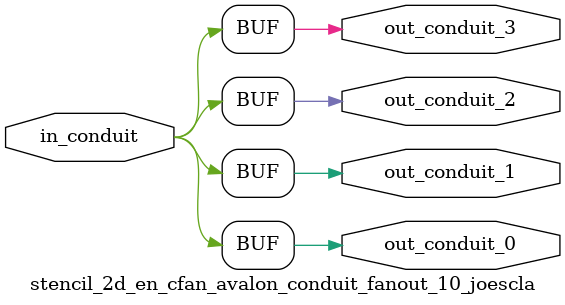
<source format=sv>


 


// --------------------------------------------------------------------------------
//| Avalon Conduit Fan-Out
// --------------------------------------------------------------------------------

// ------------------------------------------
// Generation parameters:
//   output_name:       stencil_2d_en_cfan_avalon_conduit_fanout_10_joescla
//   numFanOut:         4
//   
// ------------------------------------------

module stencil_2d_en_cfan_avalon_conduit_fanout_10_joescla (     

// Interface: out_conduit_0
 output                    out_conduit_0,
// Interface: out_conduit_1
 output                    out_conduit_1,
// Interface: out_conduit_2
 output                    out_conduit_2,
// Interface: out_conduit_3
 output                    out_conduit_3,

// Interface: in_conduit
 input                   in_conduit

);

   assign  out_conduit_0 = in_conduit;
   assign  out_conduit_1 = in_conduit;
   assign  out_conduit_2 = in_conduit;
   assign  out_conduit_3 = in_conduit;

endmodule //


</source>
